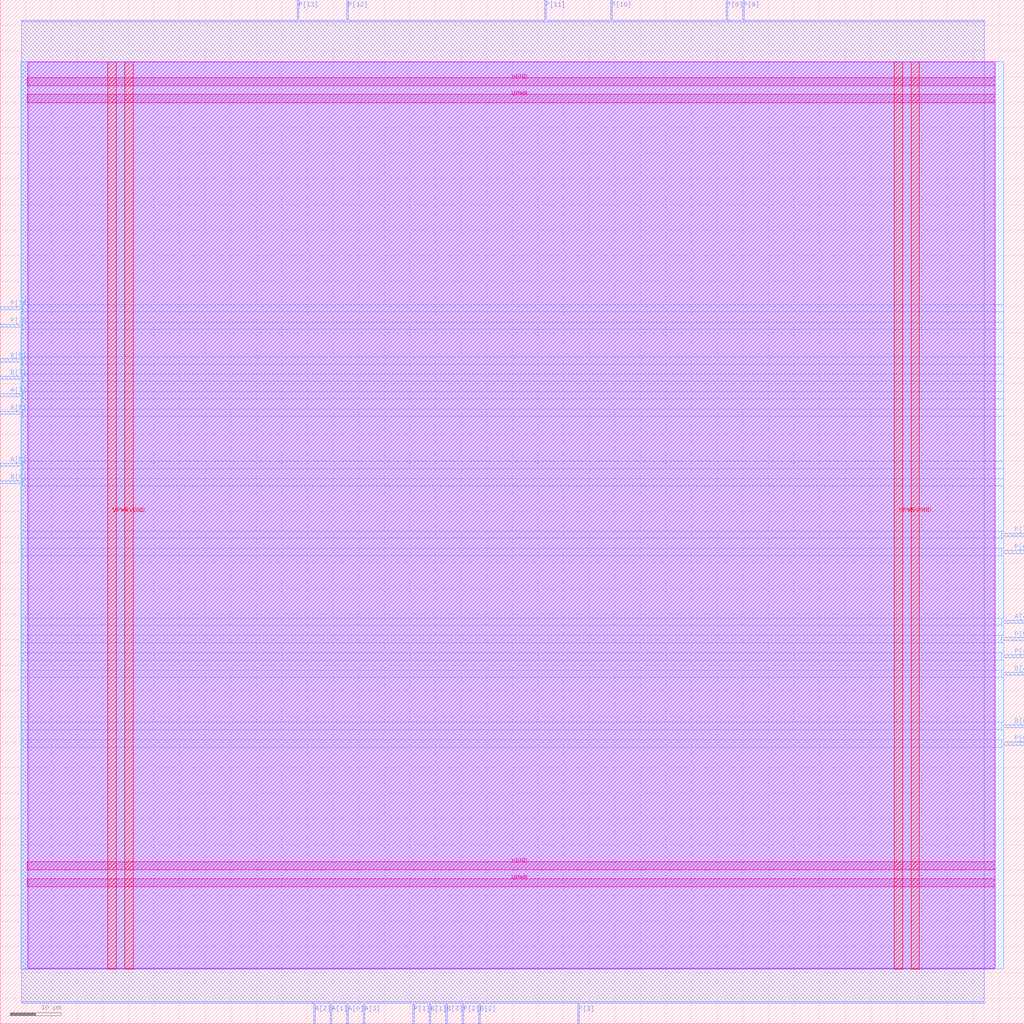
<source format=lef>
VERSION 5.7 ;
  NOWIREEXTENSIONATPIN ON ;
  DIVIDERCHAR "/" ;
  BUSBITCHARS "[]" ;
MACRO mult8_2bits_1op_e17683
  CLASS BLOCK ;
  FOREIGN mult8_2bits_1op_e17683 ;
  ORIGIN 0.000 0.000 ;
  SIZE 200.000 BY 200.000 ;
  PIN A[0]
    DIRECTION INPUT ;
    USE SIGNAL ;
    ANTENNAGATEAREA 0.247500 ;
    PORT
      LAYER met2 ;
        RECT 67.710 0.000 67.990 4.000 ;
    END
  END A[0]
  PIN A[1]
    DIRECTION INPUT ;
    USE SIGNAL ;
    ANTENNAGATEAREA 0.213000 ;
    PORT
      LAYER met2 ;
        RECT 64.490 0.000 64.770 4.000 ;
    END
  END A[1]
  PIN A[2]
    DIRECTION INPUT ;
    USE SIGNAL ;
    ANTENNAGATEAREA 0.213000 ;
    PORT
      LAYER met2 ;
        RECT 61.270 0.000 61.550 4.000 ;
    END
  END A[2]
  PIN A[3]
    DIRECTION INPUT ;
    USE SIGNAL ;
    ANTENNAGATEAREA 0.196500 ;
    PORT
      LAYER met2 ;
        RECT 70.930 0.000 71.210 4.000 ;
    END
  END A[3]
  PIN A[4]
    DIRECTION INPUT ;
    USE SIGNAL ;
    ANTENNAGATEAREA 0.495000 ;
    PORT
      LAYER met3 ;
        RECT 196.000 78.240 200.000 78.840 ;
    END
  END A[4]
  PIN A[5]
    DIRECTION INPUT ;
    USE SIGNAL ;
    ANTENNAGATEAREA 0.159000 ;
    PORT
      LAYER met3 ;
        RECT 0.000 108.840 4.000 109.440 ;
    END
  END A[5]
  PIN A[6]
    DIRECTION INPUT ;
    USE SIGNAL ;
    ANTENNAGATEAREA 0.196500 ;
    PORT
      LAYER met3 ;
        RECT 0.000 119.040 4.000 119.640 ;
    END
  END A[6]
  PIN A[7]
    DIRECTION INPUT ;
    USE SIGNAL ;
    ANTENNAGATEAREA 0.159000 ;
    PORT
      LAYER met3 ;
        RECT 0.000 122.440 4.000 123.040 ;
    END
  END A[7]
  PIN B[0]
    DIRECTION INPUT ;
    USE SIGNAL ;
    ANTENNAGATEAREA 0.213000 ;
    PORT
      LAYER met3 ;
        RECT 196.000 57.840 200.000 58.440 ;
    END
  END B[0]
  PIN B[1]
    DIRECTION INPUT ;
    USE SIGNAL ;
    ANTENNAGATEAREA 0.495000 ;
    PORT
      LAYER met2 ;
        RECT 83.810 0.000 84.090 4.000 ;
    END
  END B[1]
  PIN B[2]
    DIRECTION INPUT ;
    USE SIGNAL ;
    ANTENNAGATEAREA 0.159000 ;
    PORT
      LAYER met2 ;
        RECT 93.470 0.000 93.750 4.000 ;
    END
  END B[2]
  PIN B[3]
    DIRECTION INPUT ;
    USE SIGNAL ;
    ANTENNAGATEAREA 0.196500 ;
    PORT
      LAYER met2 ;
        RECT 87.030 0.000 87.310 4.000 ;
    END
  END B[3]
  PIN B[4]
    DIRECTION INPUT ;
    USE SIGNAL ;
    ANTENNAGATEAREA 0.213000 ;
    PORT
      LAYER met3 ;
        RECT 196.000 68.040 200.000 68.640 ;
    END
  END B[4]
  PIN B[5]
    DIRECTION INPUT ;
    USE SIGNAL ;
    ANTENNAGATEAREA 0.495000 ;
    PORT
      LAYER met3 ;
        RECT 0.000 129.240 4.000 129.840 ;
    END
  END B[5]
  PIN B[6]
    DIRECTION INPUT ;
    USE SIGNAL ;
    ANTENNAGATEAREA 0.247500 ;
    PORT
      LAYER met3 ;
        RECT 0.000 105.440 4.000 106.040 ;
    END
  END B[6]
  PIN B[7]
    DIRECTION INPUT ;
    USE SIGNAL ;
    ANTENNAGATEAREA 0.196500 ;
    PORT
      LAYER met3 ;
        RECT 0.000 125.840 4.000 126.440 ;
    END
  END B[7]
  PIN P[0]
    DIRECTION OUTPUT ;
    USE SIGNAL ;
    ANTENNADIFFAREA 0.445500 ;
    PORT
      LAYER met3 ;
        RECT 196.000 54.440 200.000 55.040 ;
    END
  END P[0]
  PIN P[10]
    DIRECTION OUTPUT ;
    USE SIGNAL ;
    ANTENNADIFFAREA 1.336500 ;
    PORT
      LAYER met2 ;
        RECT 119.230 196.000 119.510 200.000 ;
    END
  END P[10]
  PIN P[11]
    DIRECTION OUTPUT ;
    USE SIGNAL ;
    ANTENNADIFFAREA 1.336500 ;
    PORT
      LAYER met2 ;
        RECT 106.350 196.000 106.630 200.000 ;
    END
  END P[11]
  PIN P[12]
    DIRECTION OUTPUT ;
    USE SIGNAL ;
    ANTENNADIFFAREA 0.891000 ;
    PORT
      LAYER met2 ;
        RECT 67.710 196.000 67.990 200.000 ;
    END
  END P[12]
  PIN P[13]
    DIRECTION OUTPUT ;
    USE SIGNAL ;
    ANTENNADIFFAREA 0.891000 ;
    PORT
      LAYER met2 ;
        RECT 58.050 196.000 58.330 200.000 ;
    END
  END P[13]
  PIN P[14]
    DIRECTION OUTPUT ;
    USE SIGNAL ;
    ANTENNADIFFAREA 1.336500 ;
    PORT
      LAYER met3 ;
        RECT 0.000 139.440 4.000 140.040 ;
    END
  END P[14]
  PIN P[15]
    DIRECTION OUTPUT ;
    USE SIGNAL ;
    ANTENNADIFFAREA 1.336500 ;
    PORT
      LAYER met3 ;
        RECT 0.000 136.040 4.000 136.640 ;
    END
  END P[15]
  PIN P[1]
    DIRECTION OUTPUT ;
    USE SIGNAL ;
    ANTENNADIFFAREA 0.445500 ;
    PORT
      LAYER met2 ;
        RECT 80.590 0.000 80.870 4.000 ;
    END
  END P[1]
  PIN P[2]
    DIRECTION OUTPUT ;
    USE SIGNAL ;
    ANTENNADIFFAREA 0.445500 ;
    PORT
      LAYER met2 ;
        RECT 90.250 0.000 90.530 4.000 ;
    END
  END P[2]
  PIN P[3]
    DIRECTION OUTPUT ;
    USE SIGNAL ;
    ANTENNADIFFAREA 0.445500 ;
    PORT
      LAYER met2 ;
        RECT 112.790 0.000 113.070 4.000 ;
    END
  END P[3]
  PIN P[4]
    DIRECTION OUTPUT ;
    USE SIGNAL ;
    ANTENNADIFFAREA 0.445500 ;
    PORT
      LAYER met3 ;
        RECT 196.000 71.440 200.000 72.040 ;
    END
  END P[4]
  PIN P[5]
    DIRECTION OUTPUT ;
    USE SIGNAL ;
    ANTENNADIFFAREA 0.445500 ;
    PORT
      LAYER met3 ;
        RECT 196.000 74.840 200.000 75.440 ;
    END
  END P[5]
  PIN P[6]
    DIRECTION OUTPUT ;
    USE SIGNAL ;
    ANTENNADIFFAREA 0.891000 ;
    PORT
      LAYER met3 ;
        RECT 196.000 91.840 200.000 92.440 ;
    END
  END P[6]
  PIN P[7]
    DIRECTION OUTPUT ;
    USE SIGNAL ;
    ANTENNADIFFAREA 1.336500 ;
    PORT
      LAYER met3 ;
        RECT 196.000 95.240 200.000 95.840 ;
    END
  END P[7]
  PIN P[8]
    DIRECTION OUTPUT ;
    USE SIGNAL ;
    ANTENNADIFFAREA 0.891000 ;
    PORT
      LAYER met2 ;
        RECT 141.770 196.000 142.050 200.000 ;
    END
  END P[8]
  PIN P[9]
    DIRECTION OUTPUT ;
    USE SIGNAL ;
    ANTENNADIFFAREA 1.336500 ;
    PORT
      LAYER met2 ;
        RECT 144.990 196.000 145.270 200.000 ;
    END
  END P[9]
  PIN VGND
    DIRECTION INOUT ;
    USE GROUND ;
    PORT
      LAYER met4 ;
        RECT 24.340 10.640 25.940 187.920 ;
    END
    PORT
      LAYER met4 ;
        RECT 177.940 10.640 179.540 187.920 ;
    END
    PORT
      LAYER met5 ;
        RECT 5.280 30.030 194.360 31.630 ;
    END
    PORT
      LAYER met5 ;
        RECT 5.280 183.210 194.360 184.810 ;
    END
  END VGND
  PIN VPWR
    DIRECTION INOUT ;
    USE POWER ;
    PORT
      LAYER met4 ;
        RECT 21.040 10.640 22.640 187.920 ;
    END
    PORT
      LAYER met4 ;
        RECT 174.640 10.640 176.240 187.920 ;
    END
    PORT
      LAYER met5 ;
        RECT 5.280 26.730 194.360 28.330 ;
    END
    PORT
      LAYER met5 ;
        RECT 5.280 179.910 194.360 181.510 ;
    END
  END VPWR
  OBS
      LAYER nwell ;
        RECT 5.330 10.795 194.310 187.870 ;
      LAYER li1 ;
        RECT 5.520 10.795 194.120 187.765 ;
      LAYER met1 ;
        RECT 4.210 10.640 194.120 187.920 ;
      LAYER met2 ;
        RECT 4.230 195.720 57.770 196.000 ;
        RECT 58.610 195.720 67.430 196.000 ;
        RECT 68.270 195.720 106.070 196.000 ;
        RECT 106.910 195.720 118.950 196.000 ;
        RECT 119.790 195.720 141.490 196.000 ;
        RECT 142.330 195.720 144.710 196.000 ;
        RECT 145.550 195.720 192.190 196.000 ;
        RECT 4.230 4.280 192.190 195.720 ;
        RECT 4.230 4.000 60.990 4.280 ;
        RECT 61.830 4.000 64.210 4.280 ;
        RECT 65.050 4.000 67.430 4.280 ;
        RECT 68.270 4.000 70.650 4.280 ;
        RECT 71.490 4.000 80.310 4.280 ;
        RECT 81.150 4.000 83.530 4.280 ;
        RECT 84.370 4.000 86.750 4.280 ;
        RECT 87.590 4.000 89.970 4.280 ;
        RECT 90.810 4.000 93.190 4.280 ;
        RECT 94.030 4.000 112.510 4.280 ;
        RECT 113.350 4.000 192.190 4.280 ;
      LAYER met3 ;
        RECT 3.990 140.440 196.000 187.845 ;
        RECT 4.400 139.040 196.000 140.440 ;
        RECT 3.990 137.040 196.000 139.040 ;
        RECT 4.400 135.640 196.000 137.040 ;
        RECT 3.990 130.240 196.000 135.640 ;
        RECT 4.400 128.840 196.000 130.240 ;
        RECT 3.990 126.840 196.000 128.840 ;
        RECT 4.400 125.440 196.000 126.840 ;
        RECT 3.990 123.440 196.000 125.440 ;
        RECT 4.400 122.040 196.000 123.440 ;
        RECT 3.990 120.040 196.000 122.040 ;
        RECT 4.400 118.640 196.000 120.040 ;
        RECT 3.990 109.840 196.000 118.640 ;
        RECT 4.400 108.440 196.000 109.840 ;
        RECT 3.990 106.440 196.000 108.440 ;
        RECT 4.400 105.040 196.000 106.440 ;
        RECT 3.990 96.240 196.000 105.040 ;
        RECT 3.990 94.840 195.600 96.240 ;
        RECT 3.990 92.840 196.000 94.840 ;
        RECT 3.990 91.440 195.600 92.840 ;
        RECT 3.990 79.240 196.000 91.440 ;
        RECT 3.990 77.840 195.600 79.240 ;
        RECT 3.990 75.840 196.000 77.840 ;
        RECT 3.990 74.440 195.600 75.840 ;
        RECT 3.990 72.440 196.000 74.440 ;
        RECT 3.990 71.040 195.600 72.440 ;
        RECT 3.990 69.040 196.000 71.040 ;
        RECT 3.990 67.640 195.600 69.040 ;
        RECT 3.990 58.840 196.000 67.640 ;
        RECT 3.990 57.440 195.600 58.840 ;
        RECT 3.990 55.440 196.000 57.440 ;
        RECT 3.990 54.040 195.600 55.440 ;
        RECT 3.990 10.715 196.000 54.040 ;
  END
END mult8_2bits_1op_e17683
END LIBRARY


</source>
